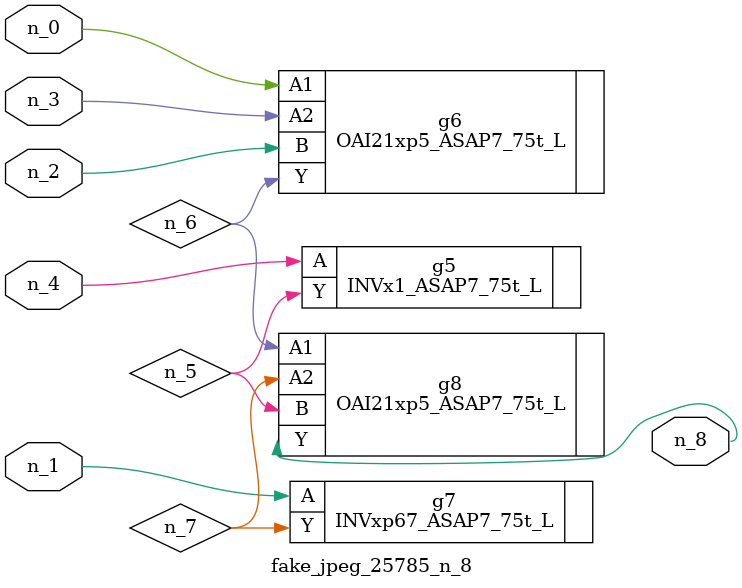
<source format=v>
module fake_jpeg_25785_n_8 (n_3, n_2, n_1, n_0, n_4, n_8);

input n_3;
input n_2;
input n_1;
input n_0;
input n_4;

output n_8;

wire n_6;
wire n_5;
wire n_7;

INVx1_ASAP7_75t_L g5 ( 
.A(n_4),
.Y(n_5)
);

OAI21xp5_ASAP7_75t_L g6 ( 
.A1(n_0),
.A2(n_3),
.B(n_2),
.Y(n_6)
);

INVxp67_ASAP7_75t_L g7 ( 
.A(n_1),
.Y(n_7)
);

OAI21xp5_ASAP7_75t_L g8 ( 
.A1(n_6),
.A2(n_7),
.B(n_5),
.Y(n_8)
);


endmodule
</source>
